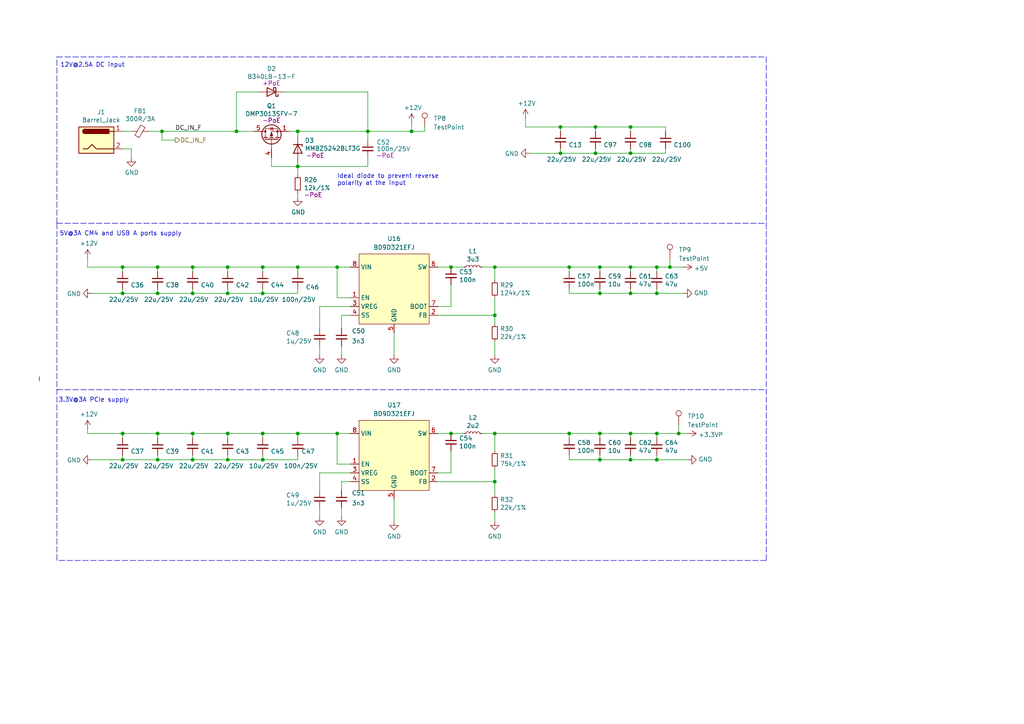
<source format=kicad_sch>
(kicad_sch (version 20211123) (generator eeschema)
  (paper "A4")
  (title_block (title "Power") (date "2022-02-15") (rev "1.2") (company "Nabu Casa") (comment 1 "www.nabucasa.com") (comment 2 "Yellow"))
  (lib_symbols
    (symbol "Connector:Barrel_Jack" (pin_names (offset 1.016))
      (property "Reference" "J" (at 0 5.334 0))
      (property "Value" "Barrel_Jack" (at 0 -5.08 0))
      (symbol "Barrel_Jack_0_1"
        (rectangle (start -5.08 3.81) (end 5.08 -3.81) (stroke (width 0.254)) (fill (type background)))
        (arc (start -3.302 3.175) (mid -3.937 2.54) (end -3.302 1.905) (stroke (width 0.254)))
        (arc (start -3.302 3.175) (mid -3.937 2.54) (end -3.302 1.905) (stroke (width 0.254)) (fill (type outline)))
        (polyline (pts (xy 5.08 2.54) (xy 3.81 2.54)) (stroke (width 0.254)))
        (polyline (pts (xy -3.81 -2.54) (xy -2.54 -2.54) (xy -1.27 -1.27) (xy 0 -2.54) (xy 2.54 -2.54) (xy 5.08 -2.54)) (stroke (width 0.254)))
        (rectangle (start 3.683 3.175) (end -3.302 1.905) (stroke (width 0.254)) (fill (type outline)))
      )
      (symbol "Barrel_Jack_1_1"
        (pin passive line (at 7.62 2.54 180) (length 2.54) (name "~") (number "1"))
        (pin passive line (at 7.62 -2.54 180) (length 2.54) (name "~") (number "2"))
      )
    )
    (symbol "Connector:TestPoint" (pin_numbers hide) (pin_names (offset 0.762) hide)
      (property "Reference" "TP" (at 0 6.858 0))
      (property "Value" "TestPoint" (at 0 5.08 0))
      (symbol "TestPoint_0_1"
        (circle (center 0 3.302) (radius 0.762))
      )
      (symbol "TestPoint_1_1"
        (pin passive line (at 0 0 90) (length 2.54) (name "1") (number "1"))
      )
    )
    (symbol "Device:C_Small" (pin_numbers hide) (pin_names (offset 0.254) hide)
      (property "Reference" "C" (at 0.254 1.778 0))
      (property "Value" "C_Small" (at 0.254 -2.032 0))
      (symbol "C_Small_0_1"
        (polyline (pts (xy -1.524 -0.508) (xy 1.524 -0.508)) (stroke (width 0.3302)))
        (polyline (pts (xy -1.524 0.508) (xy 1.524 0.508)) (stroke (width 0.3048)))
      )
      (symbol "C_Small_1_1"
        (pin passive line (at 0 2.54 270) (length 2.032) (name "~") (number "1"))
        (pin passive line (at 0 -2.54 90) (length 2.032) (name "~") (number "2"))
      )
    )
    (symbol "Device:D_Schottky" (pin_numbers hide) (pin_names (offset 1.016) hide)
      (property "Reference" "D" (at 0 2.54 0))
      (property "Value" "D_Schottky" (at 0 -2.54 0))
      (symbol "D_Schottky_0_1"
        (polyline (pts (xy 1.27 0) (xy -1.27 0)))
        (polyline (pts (xy 1.27 1.27) (xy 1.27 -1.27) (xy -1.27 0) (xy 1.27 1.27)) (stroke (width 0.254)))
        (polyline (pts (xy -1.905 0.635) (xy -1.905 1.27) (xy -1.27 1.27) (xy -1.27 -1.27) (xy -0.635 -1.27) (xy -0.635 -0.635)) (stroke (width 0.254)))
      )
      (symbol "D_Schottky_1_1"
        (pin passive line (at -3.81 0 0) (length 2.54) (name "K") (number "1"))
        (pin passive line (at 3.81 0 180) (length 2.54) (name "A") (number "2"))
      )
    )
    (symbol "Device:Ferrite_Bead_Small" (pin_numbers hide) (pin_names (offset 0))
      (property "Reference" "FB" (at 1.905 1.27 0))
      (property "Value" "Ferrite_Bead_Small" (at 1.905 -1.27 0))
      (symbol "Ferrite_Bead_Small_0_1"
        (polyline (pts (xy 0 -1.27) (xy 0 -0.7874)))
        (polyline (pts (xy 0 0.889) (xy 0 1.2954)))
        (polyline (pts (xy -1.8288 0.2794) (xy -1.1176 1.4986) (xy 1.8288 -0.2032) (xy 1.1176 -1.4224) (xy -1.8288 0.2794)))
      )
      (symbol "Ferrite_Bead_Small_1_1"
        (pin passive line (at 0 2.54 270) (length 1.27) (name "~") (number "1"))
        (pin passive line (at 0 -2.54 90) (length 1.27) (name "~") (number "2"))
      )
    )
    (symbol "Device:L_Small" (pin_numbers hide) (pin_names (offset 0.254) hide)
      (property "Reference" "L" (at 0.762 1.016 0))
      (property "Value" "L_Small" (at 0.762 -1.016 0))
      (symbol "L_Small_0_1"
        (arc (start 0 -2.032) (mid 0.508 -1.524) (end 0 -1.016))
        (arc (start 0 -1.016) (mid 0.508 -0.508) (end 0 0))
        (arc (start 0 0) (mid 0.508 0.508) (end 0 1.016))
        (arc (start 0 1.016) (mid 0.508 1.524) (end 0 2.032))
      )
      (symbol "L_Small_1_1"
        (pin passive line (at 0 2.54 270) (length 0.508) (name "~") (number "1"))
        (pin passive line (at 0 -2.54 90) (length 0.508) (name "~") (number "2"))
      )
    )
    (symbol "Device:R_Small" (pin_numbers hide) (pin_names (offset 0.254) hide)
      (property "Reference" "R" (at 0.762 0.508 0))
      (property "Value" "R_Small" (at 0.762 -1.016 0))
      (symbol "R_Small_0_1"
        (rectangle (start -0.762 1.778) (end 0.762 -1.778) (stroke (width 0.2032)))
      )
      (symbol "R_Small_1_1"
        (pin passive line (at 0 2.54 270) (length 0.762) (name "~") (number "1"))
        (pin passive line (at 0 -2.54 90) (length 0.762) (name "~") (number "2"))
      )
    )
    (symbol "Diode:BZX84Cxx" (pin_numbers hide) (pin_names hide)
      (property "Reference" "D" (at 0 2.54 0))
      (property "Value" "BZX84Cxx" (at 0 -2.54 0))
      (symbol "BZX84Cxx_0_1"
        (polyline (pts (xy 1.27 0) (xy -1.27 0)))
        (polyline (pts (xy -1.27 -1.27) (xy -1.27 1.27) (xy -0.762 1.27)) (stroke (width 0.254)))
        (polyline (pts (xy 1.27 -1.27) (xy 1.27 1.27) (xy -1.27 0) (xy 1.27 -1.27)) (stroke (width 0.254)))
      )
      (symbol "BZX84Cxx_1_1"
        (pin passive line (at -3.81 0 0) (length 2.54) (name "K") (number "1"))
        (pin passive line (at 3.81 0 180) (length 2.54) (name "A") (number "2"))
      )
    )
    (symbol "Transistor_FET:DMP3013SFV" (pin_names hide)
      (property "Reference" "Q" (at 5.08 1.905 0))
      (property "Value" "DMP3013SFV" (at 5.08 0 0))
      (symbol "DMP3013SFV_0_1"
        (polyline (pts (xy 0.254 0) (xy -2.54 0)))
        (polyline (pts (xy 0.254 1.905) (xy 0.254 -1.905)) (stroke (width 0.254)))
        (polyline (pts (xy 0.762 -1.27) (xy 0.762 -2.286)) (stroke (width 0.254)))
        (polyline (pts (xy 0.762 0.508) (xy 0.762 -0.508)) (stroke (width 0.254)))
        (polyline (pts (xy 0.762 2.286) (xy 0.762 1.27)) (stroke (width 0.254)))
        (polyline (pts (xy 2.54 2.54) (xy 2.54 1.778)))
        (polyline (pts (xy 2.54 -2.54) (xy 2.54 0) (xy 0.762 0)))
        (polyline (pts (xy 0.762 1.778) (xy 3.302 1.778) (xy 3.302 -1.778) (xy 0.762 -1.778)))
        (polyline (pts (xy 2.286 0) (xy 1.27 0.381) (xy 1.27 -0.381) (xy 2.286 0)) (fill (type outline)))
        (polyline (pts (xy 2.794 -0.508) (xy 2.921 -0.381) (xy 3.683 -0.381) (xy 3.81 -0.254)))
        (polyline (pts (xy 3.302 -0.381) (xy 2.921 0.254) (xy 3.683 0.254) (xy 3.302 -0.381)))
        (circle (center 1.651 0) (radius 2.794) (stroke (width 0.254)))
        (circle (center 2.54 -1.778) (radius 0.254) (fill (type outline)))
        (circle (center 2.54 1.778) (radius 0.254) (fill (type outline)))
      )
      (symbol "DMP3013SFV_1_1"
        (pin passive line (at 2.54 -5.08 90) (length 2.54) (name "S") (number "1"))
        (pin passive line (at 2.54 -5.08 90) (length 2.54) hide (name "S") (number "2"))
        (pin passive line (at 2.54 -5.08 90) (length 2.54) hide (name "S") (number "3"))
        (pin passive line (at -5.08 0 0) (length 2.54) (name "G") (number "4"))
        (pin passive line (at 2.54 5.08 270) (length 2.54) (name "D") (number "5"))
      )
    )
    (symbol "Yellow:BD9D321EFJ"
      (property "Reference" "U16" (at 0 13.97 0))
      (property "Value" "BD9D321EFJ" (at 0 11.43 0))
      (symbol "BD9D321EFJ_0_1"
        (rectangle (start -10.16 10.16) (end 10.16 -10.16) (stroke (width 0.1524)) (fill (type background)))
      )
      (symbol "BD9D321EFJ_1_1"
        (pin input line (at -12.7 -2.54 0) (length 2.54) (name "EN") (number "1"))
        (pin passive line (at 12.7 -7.62 180) (length 2.54) (name "FB") (number "2"))
        (pin power_out line (at -12.7 -5.08 0) (length 2.54) (name "VREG") (number "3"))
        (pin input line (at -12.7 -7.62 0) (length 2.54) (name "SS") (number "4"))
        (pin power_in line (at 0 -12.7 90) (length 2.54) (name "GND") (number "5"))
        (pin power_out line (at 12.7 6.35 180) (length 2.54) (name "SW") (number "6"))
        (pin input line (at 12.7 -5.08 180) (length 2.54) (name "BOOT") (number "7"))
        (pin power_in line (at -12.7 6.35 0) (length 2.54) (name "VIN") (number "8"))
        (pin passive line (at 0 -12.7 90) (length 2.54) hide (name "GND") (number "9"))
      )
    )
    (symbol "power:+12V" (power) (pin_names (offset 0))
      (property "Value" "+12V" (at 0 3.556 0))
      (symbol "+12V_0_1"
        (polyline (pts (xy -0.762 1.27) (xy 0 2.54)))
        (polyline (pts (xy 0 0) (xy 0 2.54)))
        (polyline (pts (xy 0 2.54) (xy 0.762 1.27)))
      )
      (symbol "+12V_1_1"
        (pin power_in line (at 0 0 90) (length 0) hide (name "+12V") (number "1"))
      )
    )
    (symbol "power:+3.3VP" (power) (pin_names (offset 0))
      (property "Value" "+3.3VP" (at 0 2.54 0))
      (symbol "+3.3VP_0_0"
        (pin power_in line (at 0 0 90) (length 0) hide (name "+3.3VP") (number "1"))
      )
      (symbol "+3.3VP_0_1"
        (polyline (pts (xy -0.762 1.27) (xy 0 2.54)))
        (polyline (pts (xy 0 0) (xy 0 2.54)))
        (polyline (pts (xy 0 2.54) (xy 0.762 1.27)))
      )
    )
    (symbol "power:+5V" (power) (pin_names (offset 0))
      (property "Value" "+5V" (at 0 3.556 0))
      (symbol "+5V_0_1"
        (polyline (pts (xy -0.762 1.27) (xy 0 2.54)))
        (polyline (pts (xy 0 0) (xy 0 2.54)))
        (polyline (pts (xy 0 2.54) (xy 0.762 1.27)))
      )
      (symbol "+5V_1_1"
        (pin power_in line (at 0 0 90) (length 0) hide (name "+5V") (number "1"))
      )
    )
    (symbol "power:GND" (power) (pin_names (offset 0))
      (property "Value" "GND" (at 0 -3.81 0))
      (symbol "GND_0_1"
        (polyline (pts (xy 0 0) (xy 0 -1.27) (xy 1.27 -1.27) (xy 0 -2.54) (xy -1.27 -1.27) (xy 0 -1.27)))
      )
      (symbol "GND_1_1"
        (pin power_in line (at 0 0 270) (length 0) hide (name "GND") (number "1"))
      )
    )
  )
  (junction (at 182.88 125.73) (diameter 0.9144))
  (junction (at 35.56 77.47) (diameter 0.9144))
  (junction (at 130.81 77.47) (diameter 0.9144))
  (junction (at 172.72 36.83) (diameter 0.9144))
  (junction (at 190.5 133.35) (diameter 0.9144))
  (junction (at 172.72 44.45) (diameter 0.9144))
  (junction (at 55.88 125.73) (diameter 0.9144))
  (junction (at 143.51 77.47) (diameter 0.9144))
  (junction (at 173.99 85.09) (diameter 0.9144))
  (junction (at 165.1 77.47) (diameter 0.9144))
  (junction (at 66.04 77.47) (diameter 0.9144))
  (junction (at 97.79 77.47) (diameter 0.9144))
  (junction (at 190.5 85.09) (diameter 0.9144))
  (junction (at 162.56 44.45) (diameter 0.9144))
  (junction (at 55.88 133.35) (diameter 0.9144))
  (junction (at 68.58 38.1) (diameter 0.9144))
  (junction (at 45.72 77.47) (diameter 0.9144))
  (junction (at 173.99 77.47) (diameter 0.9144))
  (junction (at 182.88 133.35) (diameter 0.9144))
  (junction (at 76.2 77.47) (diameter 0.9144))
  (junction (at 143.51 125.73) (diameter 0.9144))
  (junction (at 35.56 85.09) (diameter 0.9144))
  (junction (at 97.79 125.73) (diameter 0.9144))
  (junction (at 86.36 48.26) (diameter 0.9144))
  (junction (at 35.56 125.73) (diameter 0.9144))
  (junction (at 173.99 125.73) (diameter 0.9144))
  (junction (at 106.68 38.1) (diameter 0.9144))
  (junction (at 45.72 125.73) (diameter 0.9144))
  (junction (at 76.2 125.73) (diameter 0.9144))
  (junction (at 46.99 38.1) (diameter 0.9144))
  (junction (at 182.88 85.09) (diameter 0.9144))
  (junction (at 143.51 91.44) (diameter 0.9144))
  (junction (at 55.88 77.47) (diameter 0.9144))
  (junction (at 182.88 44.45) (diameter 0.9144))
  (junction (at 173.99 133.35) (diameter 0.9144))
  (junction (at 66.04 85.09) (diameter 0.9144))
  (junction (at 45.72 85.09) (diameter 0.9144))
  (junction (at 143.51 139.7) (diameter 0.9144))
  (junction (at 86.36 77.47) (diameter 0.9144))
  (junction (at 194.31 77.47) (diameter 0.9144))
  (junction (at 182.88 77.47) (diameter 0.9144))
  (junction (at 76.2 85.09) (diameter 0.9144))
  (junction (at 55.88 85.09) (diameter 0.9144))
  (junction (at 86.36 38.1) (diameter 0.9144))
  (junction (at 86.36 125.73) (diameter 0.9144))
  (junction (at 66.04 125.73) (diameter 0.9144))
  (junction (at 162.56 36.83) (diameter 0.9144))
  (junction (at 35.56 133.35) (diameter 0.9144))
  (junction (at 45.72 133.35) (diameter 0.9144))
  (junction (at 190.5 125.73) (diameter 0.9144))
  (junction (at 165.1 125.73) (diameter 0.9144))
  (junction (at 76.2 133.35) (diameter 0.9144))
  (junction (at 66.04 133.35) (diameter 0.9144))
  (junction (at 182.88 36.83) (diameter 0.9144))
  (junction (at 119.38 38.1) (diameter 0.9144))
  (junction (at 196.85 125.73) (diameter 0.9144))
  (junction (at 190.5 77.47) (diameter 0.9144))
  (junction (at 130.81 125.73) (diameter 0.9144))
  (wire (pts (xy 106.68 38.1) (xy 106.68 40.64)))
  (wire (pts (xy 182.88 132.08) (xy 182.88 133.35)))
  (wire (pts (xy 182.88 43.18) (xy 182.88 44.45)))
  (wire (pts (xy 45.72 125.73) (xy 45.72 127)))
  (polyline (pts (xy 16.51 113.03) (xy 222.25 113.03)) (stroke (width 0) (type dash)))
  (wire (pts (xy 127 88.9) (xy 130.81 88.9)))
  (wire (pts (xy 66.04 77.47) (xy 66.04 78.74)))
  (wire (pts (xy 35.56 125.73) (xy 45.72 125.73)))
  (wire (pts (xy 119.38 35.56) (xy 119.38 38.1)))
  (wire (pts (xy 119.38 38.1) (xy 106.68 38.1)))
  (wire (pts (xy 55.88 77.47) (xy 66.04 77.47)))
  (wire (pts (xy 82.55 26.67) (xy 106.68 26.67)))
  (wire (pts (xy 143.51 77.47) (xy 143.51 81.28)))
  (wire (pts (xy 83.82 38.1) (xy 86.36 38.1)))
  (wire (pts (xy 162.56 36.83) (xy 172.72 36.83)))
  (wire (pts (xy 173.99 125.73) (xy 182.88 125.73)))
  (wire (pts (xy 165.1 125.73) (xy 173.99 125.73)))
  (wire (pts (xy 143.51 125.73) (xy 165.1 125.73)))
  (wire (pts (xy 55.88 83.82) (xy 55.88 85.09)))
  (wire (pts (xy 190.5 132.08) (xy 190.5 133.35)))
  (wire (pts (xy 106.68 45.72) (xy 106.68 48.26)))
  (wire (pts (xy 86.36 77.47) (xy 86.36 78.74)))
  (wire (pts (xy 165.1 77.47) (xy 165.1 78.74)))
  (wire (pts (xy 152.4 36.83) (xy 162.56 36.83)))
  (wire (pts (xy 114.3 96.52) (xy 114.3 102.87)))
  (wire (pts (xy 190.5 85.09) (xy 198.12 85.09)))
  (wire (pts (xy 86.36 132.08) (xy 86.36 133.35)))
  (wire (pts (xy 130.81 77.47) (xy 134.62 77.47)))
  (wire (pts (xy 127 77.47) (xy 130.81 77.47)))
  (wire (pts (xy 86.36 46.99) (xy 86.36 48.26)))
  (wire (pts (xy 190.5 77.47) (xy 194.31 77.47)))
  (wire (pts (xy 194.31 77.47) (xy 198.12 77.47)))
  (wire (pts (xy 182.88 36.83) (xy 182.88 38.1)))
  (wire (pts (xy 190.5 125.73) (xy 196.85 125.73)))
  (wire (pts (xy 196.85 125.73) (xy 199.39 125.73)))
  (wire (pts (xy 86.36 38.1) (xy 106.68 38.1)))
  (wire (pts (xy 153.67 44.45) (xy 162.56 44.45)))
  (wire (pts (xy 86.36 125.73) (xy 86.36 127)))
  (wire (pts (xy 190.5 133.35) (xy 199.39 133.35)))
  (wire (pts (xy 35.56 132.08) (xy 35.56 133.35)))
  (wire (pts (xy 190.5 125.73) (xy 190.5 127)))
  (wire (pts (xy 182.88 36.83) (xy 193.04 36.83)))
  (wire (pts (xy 190.5 77.47) (xy 190.5 78.74)))
  (wire (pts (xy 66.04 132.08) (xy 66.04 133.35)))
  (wire (pts (xy 45.72 83.82) (xy 45.72 85.09)))
  (wire (pts (xy 35.56 77.47) (xy 35.56 78.74)))
  (wire (pts (xy 173.99 133.35) (xy 182.88 133.35)))
  (wire (pts (xy 35.56 125.73) (xy 35.56 127)))
  (wire (pts (xy 165.1 85.09) (xy 173.99 85.09)))
  (wire (pts (xy 99.06 147.32) (xy 99.06 149.86)))
  (wire (pts (xy 123.19 36.83) (xy 123.19 38.1)))
  (wire (pts (xy 123.19 38.1) (xy 119.38 38.1)))
  (wire (pts (xy 196.85 123.19) (xy 196.85 125.73)))
  (wire (pts (xy 86.36 38.1) (xy 86.36 39.37)))
  (wire (pts (xy 68.58 26.67) (xy 74.93 26.67)))
  (wire (pts (xy 68.58 38.1) (xy 68.58 26.67)))
  (wire (pts (xy 78.74 48.26) (xy 86.36 48.26)))
  (wire (pts (xy 78.74 45.72) (xy 78.74 48.26)))
  (wire (pts (xy 143.51 77.47) (xy 165.1 77.47)))
  (wire (pts (xy 45.72 77.47) (xy 45.72 78.74)))
  (wire (pts (xy 97.79 86.36) (xy 101.6 86.36)))
  (wire (pts (xy 97.79 86.36) (xy 97.79 77.47)))
  (wire (pts (xy 92.71 100.33) (xy 92.71 102.87)))
  (wire (pts (xy 76.2 85.09) (xy 86.36 85.09)))
  (wire (pts (xy 66.04 85.09) (xy 76.2 85.09)))
  (wire (pts (xy 152.4 34.29) (xy 152.4 36.83)))
  (wire (pts (xy 114.3 144.78) (xy 114.3 151.13)))
  (wire (pts (xy 162.56 43.18) (xy 162.56 44.45)))
  (wire (pts (xy 99.06 91.44) (xy 99.06 95.25)))
  (wire (pts (xy 66.04 125.73) (xy 66.04 127)))
  (wire (pts (xy 55.88 85.09) (xy 66.04 85.09)))
  (wire (pts (xy 66.04 85.09) (xy 66.04 83.82)))
  (wire (pts (xy 165.1 77.47) (xy 173.99 77.47)))
  (wire (pts (xy 173.99 77.47) (xy 182.88 77.47)))
  (wire (pts (xy 38.1 43.18) (xy 38.1 45.72)))
  (wire (pts (xy 76.2 125.73) (xy 76.2 127)))
  (wire (pts (xy 173.99 125.73) (xy 173.99 127)))
  (wire (pts (xy 130.81 125.73) (xy 134.62 125.73)))
  (wire (pts (xy 139.7 125.73) (xy 143.51 125.73)))
  (wire (pts (xy 127 125.73) (xy 130.81 125.73)))
  (wire (pts (xy 173.99 77.47) (xy 173.99 78.74)))
  (wire (pts (xy 86.36 55.88) (xy 86.36 57.15)))
  (wire (pts (xy 55.88 132.08) (xy 55.88 133.35)))
  (wire (pts (xy 172.72 44.45) (xy 182.88 44.45)))
  (polyline (pts (xy 16.51 64.77) (xy 222.25 64.77)) (stroke (width 0) (type dash)))
  (wire (pts (xy 172.72 36.83) (xy 172.72 38.1)))
  (wire (pts (xy 173.99 132.08) (xy 173.99 133.35)))
  (wire (pts (xy 127 137.16) (xy 130.81 137.16)))
  (wire (pts (xy 35.56 83.82) (xy 35.56 85.09)))
  (wire (pts (xy 86.36 125.73) (xy 97.79 125.73)))
  (wire (pts (xy 97.79 125.73) (xy 101.6 125.73)))
  (polyline (pts (xy 16.51 64.77) (xy 16.51 162.56)) (stroke (width 0) (type dash)))
  (wire (pts (xy 182.88 77.47) (xy 182.88 78.74)))
  (wire (pts (xy 162.56 44.45) (xy 172.72 44.45)))
  (wire (pts (xy 35.56 38.1) (xy 38.1 38.1)))
  (wire (pts (xy 92.71 88.9) (xy 92.71 95.25)))
  (wire (pts (xy 45.72 77.47) (xy 55.88 77.47)))
  (wire (pts (xy 45.72 133.35) (xy 55.88 133.35)))
  (wire (pts (xy 92.71 147.32) (xy 92.71 149.86)))
  (wire (pts (xy 55.88 77.47) (xy 55.88 78.74)))
  (wire (pts (xy 92.71 137.16) (xy 101.6 137.16)))
  (wire (pts (xy 165.1 83.82) (xy 165.1 85.09)))
  (wire (pts (xy 25.4 77.47) (xy 35.56 77.47)))
  (wire (pts (xy 99.06 100.33) (xy 99.06 102.87)))
  (wire (pts (xy 165.1 132.08) (xy 165.1 133.35)))
  (wire (pts (xy 25.4 124.46) (xy 25.4 125.73)))
  (wire (pts (xy 182.88 77.47) (xy 190.5 77.47)))
  (wire (pts (xy 35.56 43.18) (xy 38.1 43.18)))
  (wire (pts (xy 76.2 83.82) (xy 76.2 85.09)))
  (wire (pts (xy 143.51 125.73) (xy 143.51 130.81)))
  (wire (pts (xy 172.72 36.83) (xy 182.88 36.83)))
  (wire (pts (xy 76.2 77.47) (xy 86.36 77.47)))
  (wire (pts (xy 66.04 77.47) (xy 76.2 77.47)))
  (wire (pts (xy 66.04 133.35) (xy 76.2 133.35)))
  (wire (pts (xy 55.88 133.35) (xy 66.04 133.35)))
  (wire (pts (xy 182.88 125.73) (xy 182.88 127)))
  (wire (pts (xy 76.2 132.08) (xy 76.2 133.35)))
  (wire (pts (xy 143.51 86.36) (xy 143.51 91.44)))
  (wire (pts (xy 173.99 83.82) (xy 173.99 85.09)))
  (wire (pts (xy 143.51 91.44) (xy 143.51 93.98)))
  (wire (pts (xy 99.06 139.7) (xy 101.6 139.7)))
  (wire (pts (xy 76.2 133.35) (xy 86.36 133.35)))
  (wire (pts (xy 86.36 85.09) (xy 86.36 83.82)))
  (wire (pts (xy 46.99 40.64) (xy 46.99 38.1)))
  (wire (pts (xy 50.8 40.64) (xy 46.99 40.64)))
  (wire (pts (xy 99.06 91.44) (xy 101.6 91.44)))
  (wire (pts (xy 35.56 133.35) (xy 45.72 133.35)))
  (wire (pts (xy 173.99 85.09) (xy 182.88 85.09)))
  (wire (pts (xy 92.71 137.16) (xy 92.71 142.24)))
  (wire (pts (xy 92.71 88.9) (xy 101.6 88.9)))
  (wire (pts (xy 182.88 125.73) (xy 190.5 125.73)))
  (wire (pts (xy 127 139.7) (xy 143.51 139.7)))
  (wire (pts (xy 45.72 125.73) (xy 55.88 125.73)))
  (wire (pts (xy 99.06 139.7) (xy 99.06 142.24)))
  (wire (pts (xy 97.79 134.62) (xy 101.6 134.62)))
  (wire (pts (xy 172.72 43.18) (xy 172.72 44.45)))
  (polyline (pts (xy 16.51 64.77) (xy 16.51 16.51)) (stroke (width 0) (type dash)))
  (polyline (pts (xy 16.51 16.51) (xy 222.25 16.51)) (stroke (width 0) (type dash)))
  (polyline (pts (xy 222.25 16.51) (xy 222.25 64.77)) (stroke (width 0) (type dash)))
  (wire (pts (xy 190.5 83.82) (xy 190.5 85.09)))
  (wire (pts (xy 45.72 132.08) (xy 45.72 133.35)))
  (wire (pts (xy 143.51 135.89) (xy 143.51 139.7)))
  (wire (pts (xy 143.51 139.7) (xy 143.51 143.51)))
  (wire (pts (xy 66.04 125.73) (xy 76.2 125.73)))
  (wire (pts (xy 55.88 125.73) (xy 66.04 125.73)))
  (wire (pts (xy 35.56 85.09) (xy 45.72 85.09)))
  (wire (pts (xy 45.72 85.09) (xy 55.88 85.09)))
  (wire (pts (xy 26.67 85.09) (xy 35.56 85.09)))
  (wire (pts (xy 35.56 77.47) (xy 45.72 77.47)))
  (wire (pts (xy 130.81 130.81) (xy 130.81 137.16)))
  (wire (pts (xy 182.88 44.45) (xy 193.04 44.45)))
  (wire (pts (xy 76.2 125.73) (xy 86.36 125.73)))
  (wire (pts (xy 162.56 36.83) (xy 162.56 38.1)))
  (wire (pts (xy 127 91.44) (xy 143.51 91.44)))
  (wire (pts (xy 143.51 148.59) (xy 143.51 151.13)))
  (wire (pts (xy 25.4 125.73) (xy 35.56 125.73)))
  (wire (pts (xy 193.04 44.45) (xy 193.04 43.18)))
  (wire (pts (xy 194.31 74.93) (xy 194.31 77.47)))
  (wire (pts (xy 165.1 125.73) (xy 165.1 127)))
  (wire (pts (xy 182.88 85.09) (xy 190.5 85.09)))
  (wire (pts (xy 182.88 133.35) (xy 190.5 133.35)))
  (wire (pts (xy 55.88 125.73) (xy 55.88 127)))
  (polyline (pts (xy 222.25 64.77) (xy 222.25 162.56)) (stroke (width 0) (type dash)))
  (wire (pts (xy 97.79 134.62) (xy 97.79 125.73)))
  (wire (pts (xy 26.67 133.35) (xy 35.56 133.35)))
  (polyline (pts (xy 222.25 162.56) (xy 16.51 162.56)) (stroke (width 0) (type dash)))
  (wire (pts (xy 86.36 48.26) (xy 86.36 50.8)))
  (wire (pts (xy 68.58 38.1) (xy 73.66 38.1)))
  (wire (pts (xy 46.99 38.1) (xy 68.58 38.1)))
  (wire (pts (xy 43.18 38.1) (xy 46.99 38.1)))
  (polyline (pts (xy 11.43 109.22) (xy 11.43 110.49)) (stroke (width 0) (type dash)))
  (wire (pts (xy 97.79 77.47) (xy 101.6 77.47)))
  (wire (pts (xy 86.36 77.47) (xy 97.79 77.47)))
  (wire (pts (xy 165.1 133.35) (xy 173.99 133.35)))
  (wire (pts (xy 143.51 99.06) (xy 143.51 102.87)))
  (wire (pts (xy 193.04 36.83) (xy 193.04 38.1)))
  (wire (pts (xy 25.4 74.93) (xy 25.4 77.47)))
  (wire (pts (xy 86.36 48.26) (xy 106.68 48.26)))
  (wire (pts (xy 106.68 26.67) (xy 106.68 38.1)))
  (wire (pts (xy 182.88 83.82) (xy 182.88 85.09)))
  (wire (pts (xy 76.2 77.47) (xy 76.2 78.74)))
  (wire (pts (xy 139.7 77.47) (xy 143.51 77.47)))
  (wire (pts (xy 130.81 82.55) (xy 130.81 88.9)))
  (text "3.3V@3A PCIe supply" (at 37.465 116.84 180) (effects (font (size 1.27 1.27)) (justify right bottom)))
  (text "Ideal diode to prevent reverse\npolarity at the input" (at 97.79 53.975 0) (effects (font (size 1.27 1.27)) (justify left bottom)))
  (text "5V@3A CM4 and USB A ports supply" (at 52.705 68.58 180) (effects (font (size 1.27 1.27)) (justify right bottom)))
  (text "12V@2.5A DC input" (at 36.195 19.685 180) (effects (font (size 1.27 1.27)) (justify right bottom)))
  (label "DC_IN_F" (at 50.8 38.1 0))
  (hierarchical_label "DC_IN_F" (shape output) (at 50.8 40.64 0))
  (symbol (lib_id "Device:R_Small") (at 143.51 83.82 180) (unit 1)
    (property "Reference" "R29" (at 145.0087 82.6706 0) (effects (justify right)))
    (property "Value" "124k/1%" (at 145.009 84.969 0) (effects (justify right)))
    (property "Footprint" "Resistor_SMD:R_0402_1005Metric" (effects hide))
  )
  (symbol (lib_id "power:+5V") (at 198.12 77.47 270) (unit 1)
    (property "Reference" "#PWR0110" (effects hide))
    (property "Value" "+5V" (at 201.2951 77.8383 90) (effects (justify left)))
  )
  (symbol (lib_id "Device:C_Small") (at 165.1 129.54 0) (unit 1)
    (property "Reference" "C58" (at 167.4242 128.3906 0) (effects (justify left)))
    (property "Value" "100n" (at 167.424 130.689 0) (effects (justify left)))
    (property "Footprint" "Capacitor_SMD:C_0402_1005Metric" (effects hide))
  )
  (symbol (lib_id "Device:C_Small") (at 190.5 129.54 0) (unit 1)
    (property "Reference" "C64" (at 192.8242 128.3906 0) (effects (justify left)))
    (property "Value" "47u" (at 192.824 130.689 0) (effects (justify left)))
    (property "Footprint" "Capacitor_SMD:C_0805_2012Metric" (effects hide))
  )
  (symbol (lib_id "Device:C_Small") (at 182.88 81.28 0) (unit 1)
    (property "Reference" "C61" (at 185.2042 80.1306 0) (effects (justify left)))
    (property "Value" "47u" (at 185.204 82.429 0) (effects (justify left)))
    (property "Footprint" "Capacitor_SMD:C_0805_2012Metric" (effects hide))
  )
  (symbol (lib_id "Yellow:BD9D321EFJ") (at 114.3 83.82 0) (unit 1)
    (property "Reference" "U16" (at 114.3 69.215 0))
    (property "Value" "BD9D321EFJ" (at 114.3 71.755 0))
    (property "Footprint" "Package_SO:HTSOP-8-1EP_3.9x4.9mm_P1.27mm_EP2.4x3.2mm_ThermalVias" (effects hide))
    (property "Datasheet" "https://fscdn.rohm.com/en/products/databook/datasheet/ic/power/switching_regulator/bd9d321efj-e.pdf" (effects hide))
    (property "Manufacturer" "Rohm" (effects hide))
    (property "PartNumber" "BD9D321EFJ" (effects hide))
  )
  (symbol (lib_id "power:+3.3VP") (at 199.39 125.73 270) (unit 1)
    (property "Reference" "#PWR0112" (effects hide))
    (property "Value" "+3.3VP" (at 202.5651 126.0983 90) (effects (justify left)))
  )
  (symbol (lib_id "Device:C_Small") (at 106.68 43.18 0) (unit 1)
    (property "Reference" "C52" (at 109.22 41.275 0) (effects (justify left)))
    (property "Value" "100n/25V" (at 109.22 43.18 0) (effects (justify left)))
    (property "Footprint" "Capacitor_SMD:C_0402_1005Metric" (effects hide))
    (property "Config" "-PoE" (at 111.76 45.085 0))
  )
  (symbol (lib_id "Device:C_Small") (at 193.04 40.64 0) (unit 1)
    (property "Reference" "C100" (at 195.3642 42.0306 0) (effects (justify left)))
    (property "Value" "22u/25V" (at 189.014 46.234 0) (effects (justify left)))
    (property "Footprint" "Capacitor_SMD:C_0805_2012Metric" (effects hide))
  )
  (symbol (lib_id "Device:R_Small") (at 143.51 133.35 180) (unit 1)
    (property "Reference" "R31" (at 145.0087 132.2006 0) (effects (justify right)))
    (property "Value" "75k/1%" (at 145.009 134.499 0) (effects (justify right)))
    (property "Footprint" "Resistor_SMD:R_0402_1005Metric" (effects hide))
  )
  (symbol (lib_id "Device:C_Small") (at 66.04 129.54 0) (unit 1)
    (property "Reference" "C43" (at 68.3642 130.9306 0) (effects (justify left)))
    (property "Value" "22u/25V" (at 62.014 135.134 0) (effects (justify left)))
    (property "Footprint" "Capacitor_SMD:C_0805_2012Metric" (effects hide))
  )
  (symbol (lib_id "Device:C_Small") (at 173.99 129.54 0) (unit 1)
    (property "Reference" "C60" (at 176.3142 128.3906 0) (effects (justify left)))
    (property "Value" "10u" (at 176.314 130.689 0) (effects (justify left)))
    (property "Footprint" "Capacitor_SMD:C_0805_2012Metric" (effects hide))
  )
  (symbol (lib_id "power:GND") (at 114.3 151.13 0) (unit 1)
    (property "Reference" "#PWR0106" (effects hide))
    (property "Value" "GND" (at 114.3 155.575 0))
  )
  (symbol (lib_id "power:GND") (at 114.3 102.87 0) (unit 1)
    (property "Reference" "#PWR0105" (effects hide))
    (property "Value" "GND" (at 114.3 107.315 0))
  )
  (symbol (lib_id "Device:C_Small") (at 173.99 81.28 0) (unit 1)
    (property "Reference" "C59" (at 176.3142 80.1306 0) (effects (justify left)))
    (property "Value" "10u" (at 176.314 82.429 0) (effects (justify left)))
    (property "Footprint" "Capacitor_SMD:C_0805_2012Metric" (effects hide))
  )
  (symbol (lib_id "power:+12V") (at 25.4 74.93 0) (unit 1)
    (property "Reference" "#PWR095" (effects hide))
    (property "Value" "+12V" (at 25.7683 70.6056 0))
  )
  (symbol (lib_id "power:+12V") (at 25.4 124.46 0) (unit 1)
    (property "Reference" "#PWR096" (effects hide))
    (property "Value" "+12V" (at 25.7683 120.1356 0))
  )
  (symbol (lib_id "Device:C_Small") (at 55.88 81.28 0) (unit 1)
    (property "Reference" "C40" (at 58.2042 82.6706 0) (effects (justify left)))
    (property "Value" "22u/25V" (at 51.854 86.874 0) (effects (justify left)))
    (property "Footprint" "Capacitor_SMD:C_0805_2012Metric" (effects hide))
  )
  (symbol (lib_id "power:+12V") (at 119.38 35.56 0) (unit 1)
    (property "Reference" "#PWR0107" (effects hide))
    (property "Value" "+12V" (at 119.7483 31.2356 0))
  )
  (symbol (lib_id "Device:L_Small") (at 137.16 77.47 90) (unit 1)
    (property "Reference" "L1" (at 137.16 72.8788 90))
    (property "Value" "3u3" (at 137.16 75.178 90))
    (property "Footprint" "Inductor_SMD:L_Taiyo-Yuden_NR-80xx" (effects hide))
    (property "Manufacturer" "Taiyo Yuden" (effects hide))
    (property "PartNumber" "NRS8030T3R3MJGJ" (effects hide))
  )
  (symbol (lib_id "power:GND") (at 143.51 102.87 0) (unit 1)
    (property "Reference" "#PWR0108" (effects hide))
    (property "Value" "GND" (at 143.51 107.315 0))
  )
  (symbol (lib_id "power:GND") (at 153.67 44.45 270) (unit 1)
    (property "Reference" "#PWR035" (effects hide))
    (property "Value" "GND" (at 150.495 44.5643 90) (effects (justify right)))
  )
  (symbol (lib_id "power:GND") (at 86.36 57.15 0) (unit 1)
    (property "Reference" "#PWR0100" (effects hide))
    (property "Value" "GND" (at 86.487 61.5442 0))
  )
  (symbol (lib_id "Connector:TestPoint") (at 196.85 123.19 0) (unit 1) (in_bom no)
    (property "Reference" "TP10" (at 199.39 120.7134 0) (effects (justify left)))
    (property "Value" "TestPoint" (at 199.39 123.2534 0) (effects (justify left)))
    (property "Footprint" "TestPoint:TestPoint_Pad_D1.0mm" (effects hide))
  )
  (symbol (lib_id "Device:C_Small") (at 86.36 81.28 0) (unit 1)
    (property "Reference" "C46" (at 88.6842 83.3056 0) (effects (justify left)))
    (property "Value" "100n/25V" (at 81.699 86.874 0) (effects (justify left)))
    (property "Footprint" "Capacitor_SMD:C_0402_1005Metric" (effects hide))
  )
  (symbol (lib_id "Device:Ferrite_Bead_Small") (at 40.64 38.1 90) (unit 1)
    (property "Reference" "FB1" (at 40.64 32.188 90))
    (property "Value" "300R/3A" (at 40.64 34.4867 90))
    (property "Footprint" "Resistor_SMD:R_0805_2012Metric" (effects hide))
    (property "Manufacturer" "Würth Elektronik" (effects hide))
    (property "PartNumber" "742792031" (effects hide))
  )
  (symbol (lib_id "Device:C_Small") (at 172.72 40.64 0) (unit 1)
    (property "Reference" "C97" (at 175.0442 42.0306 0) (effects (justify left)))
    (property "Value" "22u/25V" (at 168.694 46.234 0) (effects (justify left)))
    (property "Footprint" "Capacitor_SMD:C_0805_2012Metric" (effects hide))
  )
  (symbol (lib_id "power:GND") (at 26.67 133.35 270) (unit 1)
    (property "Reference" "#PWR098" (effects hide))
    (property "Value" "GND" (at 23.495 133.4643 90) (effects (justify right)))
  )
  (symbol (lib_id "Device:C_Small") (at 182.88 129.54 0) (unit 1)
    (property "Reference" "C62" (at 185.2042 128.3906 0) (effects (justify left)))
    (property "Value" "47u" (at 185.204 130.689 0) (effects (justify left)))
    (property "Footprint" "Capacitor_SMD:C_0805_2012Metric" (effects hide))
  )
  (symbol (lib_id "Yellow:BD9D321EFJ") (at 114.3 132.08 0) (unit 1)
    (property "Reference" "U17" (at 114.3 117.475 0))
    (property "Value" "BD9D321EFJ" (at 114.3 120.015 0))
    (property "Footprint" "Package_SO:HTSOP-8-1EP_3.9x4.9mm_P1.27mm_EP2.4x3.2mm_ThermalVias" (effects hide))
    (property "Datasheet" "https://fscdn.rohm.com/en/products/databook/datasheet/ic/power/switching_regulator/bd9d321efj-e.pdf" (effects hide))
    (property "Manufacturer" "Rohm" (effects hide))
    (property "PartNumber" "BD9D321EFJ" (effects hide))
  )
  (symbol (lib_id "Device:D_Schottky") (at 78.74 26.67 180) (unit 1)
    (property "Reference" "D2" (at 78.74 19.92 0))
    (property "Value" "B340LB-13-F" (at 78.74 22.2185 0))
    (property "Footprint" "Diode_SMD:D_SMB" (effects hide))
    (property "Datasheet" "https://www.diodes.com/assets/Datasheets/ds30240.pdf" (effects hide))
    (property "Manufacturer" "Diodes Incorporated" (effects hide))
    (property "PartNumber" "B340LB-13-F" (effects hide))
    (property "Config" "+PoE" (at 78.74 24.13 0))
  )
  (symbol (lib_id "Device:C_Small") (at 92.71 97.79 0) (unit 1)
    (property "Reference" "C48" (at 82.9692 96.6406 0) (effects (justify left)))
    (property "Value" "1u/25V" (at 82.969 98.939 0) (effects (justify left)))
    (property "Footprint" "Capacitor_SMD:C_0402_1005Metric" (effects hide))
  )
  (symbol (lib_id "Diode:BZX84Cxx") (at 86.36 43.18 270) (unit 1)
    (property "Reference" "D3" (at 88.392 40.767 90) (effects (justify left)))
    (property "Value" "MMBZ5242BLT3G" (at 88.392 43.053 90) (effects (justify left)))
    (property "Footprint" "Diode_SMD:D_SOT-23_ANK" (effects hide))
    (property "Datasheet" "https://diotec.com/tl_files/diotec/files/pdf/datasheets/bzx84c2v4.pdf" (effects hide))
    (property "Manufacturer" "ON Semiconductor" (effects hide))
    (property "PartNumber" "MMBZ5242BLT3G" (effects hide))
    (property "Config" "-PoE" (at 91.44 45.085 90))
  )
  (symbol (lib_id "Connector:TestPoint") (at 123.19 36.83 0) (unit 1) (in_bom no)
    (property "Reference" "TP8" (at 125.73 34.3534 0) (effects (justify left)))
    (property "Value" "TestPoint" (at 125.73 36.8934 0) (effects (justify left)))
    (property "Footprint" "TestPoint:TestPoint_Pad_D1.0mm" (effects hide))
  )
  (symbol (lib_id "power:GND") (at 26.67 85.09 270) (unit 1)
    (property "Reference" "#PWR097" (effects hide))
    (property "Value" "GND" (at 23.495 85.2043 90) (effects (justify right)))
  )
  (symbol (lib_id "power:GND") (at 38.1 45.72 0) (unit 1)
    (property "Reference" "#PWR099" (effects hide))
    (property "Value" "GND" (at 38.2143 50.0444 0))
  )
  (symbol (lib_id "Device:L_Small") (at 137.16 125.73 90) (unit 1)
    (property "Reference" "L2" (at 137.16 121.1388 90))
    (property "Value" "2u2" (at 137.16 123.438 90))
    (property "Footprint" "Inductor_SMD:L_Taiyo-Yuden_NR-50xx" (effects hide))
    (property "Manufacturer" "Taiyo Yuden" (effects hide))
    (property "PartNumber" "NRS5040T2R2NMGJ" (effects hide))
  )
  (symbol (lib_id "power:GND") (at 143.51 151.13 0) (unit 1)
    (property "Reference" "#PWR0109" (effects hide))
    (property "Value" "GND" (at 143.51 155.575 0))
  )
  (symbol (lib_id "Connector:TestPoint") (at 194.31 74.93 0) (unit 1) (in_bom no)
    (property "Reference" "TP9" (at 196.85 72.4534 0) (effects (justify left)))
    (property "Value" "TestPoint" (at 196.85 74.9934 0) (effects (justify left)))
    (property "Footprint" "TestPoint:TestPoint_Pad_D1.0mm" (effects hide))
  )
  (symbol (lib_id "Device:R_Small") (at 143.51 96.52 180) (unit 1)
    (property "Reference" "R30" (at 145.0087 95.3706 0) (effects (justify right)))
    (property "Value" "22k/1%" (at 145.009 97.669 0) (effects (justify right)))
    (property "Footprint" "Resistor_SMD:R_0402_1005Metric" (effects hide))
  )
  (symbol (lib_id "power:+12V") (at 152.4 34.29 0) (unit 1)
    (property "Reference" "#PWR032" (effects hide))
    (property "Value" "+12V" (at 152.7683 29.9656 0))
  )
  (symbol (lib_id "Device:C_Small") (at 45.72 129.54 0) (unit 1)
    (property "Reference" "C39" (at 48.0442 130.9306 0) (effects (justify left)))
    (property "Value" "22u/25V" (at 41.694 135.134 0) (effects (justify left)))
    (property "Footprint" "Capacitor_SMD:C_0805_2012Metric" (effects hide))
  )
  (symbol (lib_id "power:GND") (at 99.06 102.87 0) (unit 1)
    (property "Reference" "#PWR0103" (effects hide))
    (property "Value" "GND" (at 99.06 107.315 0))
  )
  (symbol (lib_id "Device:R_Small") (at 86.36 53.34 0) (unit 1)
    (property "Reference" "R26" (at 88.138 52.1716 0) (effects (justify left)))
    (property "Value" "12k/1%" (at 88.138 54.483 0) (effects (justify left)))
    (property "Footprint" "Resistor_SMD:R_0402_1005Metric" (effects hide))
    (property "Config" "-PoE" (at 90.805 56.515 0))
  )
  (symbol (lib_id "Device:C_Small") (at 130.81 128.27 0) (unit 1)
    (property "Reference" "C54" (at 133.1342 127.1206 0) (effects (justify left)))
    (property "Value" "100n" (at 133.134 129.419 0) (effects (justify left)))
    (property "Footprint" "Capacitor_SMD:C_0402_1005Metric" (effects hide))
  )
  (symbol (lib_id "Device:C_Small") (at 165.1 81.28 0) (unit 1)
    (property "Reference" "C57" (at 167.4242 80.1306 0) (effects (justify left)))
    (property "Value" "100n" (at 167.424 82.429 0) (effects (justify left)))
    (property "Footprint" "Capacitor_SMD:C_0402_1005Metric" (effects hide))
  )
  (symbol (lib_id "Transistor_FET:DMP3013SFV") (at 78.74 40.64 90) (unit 1)
    (property "Reference" "Q1" (at 78.74 30.7086 90))
    (property "Value" "DMP3013SFV-7" (at 78.74 33.02 90))
    (property "Footprint" "Package_SON:Diodes_PowerDI3333-8" (effects hide))
    (property "Datasheet" "https://www.diodes.com/assets/Datasheets/DMP3013SFV.pdf" (effects hide))
    (property "Manufacturer" "Diodes Incorporated" (effects hide))
    (property "PartNumber" "DMP3013SFV-7" (effects hide))
    (property "Config" "-PoE" (at 78.74 34.925 90))
  )
  (symbol (lib_id "power:GND") (at 99.06 149.86 0) (unit 1)
    (property "Reference" "#PWR0104" (effects hide))
    (property "Value" "GND" (at 99.06 154.305 0))
  )
  (symbol (lib_id "Device:C_Small") (at 130.81 80.01 0) (unit 1)
    (property "Reference" "C53" (at 133.1342 78.8606 0) (effects (justify left)))
    (property "Value" "100n" (at 133.134 81.159 0) (effects (justify left)))
    (property "Footprint" "Capacitor_SMD:C_0402_1005Metric" (effects hide))
  )
  (symbol (lib_id "Device:C_Small") (at 162.56 40.64 0) (unit 1)
    (property "Reference" "C13" (at 164.8842 42.0306 0) (effects (justify left)))
    (property "Value" "22u/25V" (at 158.534 46.234 0) (effects (justify left)))
    (property "Footprint" "Capacitor_SMD:C_0805_2012Metric" (effects hide))
  )
  (symbol (lib_id "Device:C_Small") (at 190.5 81.28 0) (unit 1)
    (property "Reference" "C63" (at 192.8242 80.1306 0) (effects (justify left)))
    (property "Value" "47u" (at 192.824 82.429 0) (effects (justify left)))
    (property "Footprint" "Capacitor_SMD:C_0805_2012Metric" (effects hide))
  )
  (symbol (lib_id "Device:C_Small") (at 76.2 81.28 0) (unit 1)
    (property "Reference" "C44" (at 78.5242 82.6706 0) (effects (justify left)))
    (property "Value" "10u/25V" (at 72.174 86.874 0) (effects (justify left)))
    (property "Footprint" "Capacitor_SMD:C_0805_2012Metric" (effects hide))
  )
  (symbol (lib_id "Device:C_Small") (at 35.56 129.54 0) (unit 1)
    (property "Reference" "C37" (at 37.8842 130.9306 0) (effects (justify left)))
    (property "Value" "22u/25V" (at 31.534 135.134 0) (effects (justify left)))
    (property "Footprint" "Capacitor_SMD:C_0805_2012Metric" (effects hide))
  )
  (symbol (lib_id "power:GND") (at 92.71 149.86 0) (unit 1)
    (property "Reference" "#PWR0102" (effects hide))
    (property "Value" "GND" (at 92.71 154.305 0))
  )
  (symbol (lib_id "Device:C_Small") (at 86.36 129.54 0) (unit 1)
    (property "Reference" "C47" (at 87.4142 130.9306 0) (effects (justify left)))
    (property "Value" "100n/25V" (at 82.334 135.134 0) (effects (justify left)))
    (property "Footprint" "Capacitor_SMD:C_0402_1005Metric" (effects hide))
  )
  (symbol (lib_id "Device:C_Small") (at 55.88 129.54 0) (unit 1)
    (property "Reference" "C41" (at 58.2042 130.9306 0) (effects (justify left)))
    (property "Value" "22u/25V" (at 51.854 135.134 0) (effects (justify left)))
    (property "Footprint" "Capacitor_SMD:C_0805_2012Metric" (effects hide))
  )
  (symbol (lib_id "Device:C_Small") (at 66.04 81.28 0) (unit 1)
    (property "Reference" "C42" (at 68.3642 82.6706 0) (effects (justify left)))
    (property "Value" "22u/25V" (at 62.014 86.874 0) (effects (justify left)))
    (property "Footprint" "Capacitor_SMD:C_0805_2012Metric" (effects hide))
  )
  (symbol (lib_id "power:GND") (at 198.12 85.09 90) (unit 1)
    (property "Reference" "#PWR0111" (effects hide))
    (property "Value" "GND" (at 201.2951 84.9757 90) (effects (justify right)))
  )
  (symbol (lib_id "Device:C_Small") (at 182.88 40.64 0) (unit 1)
    (property "Reference" "C98" (at 185.2042 42.0306 0) (effects (justify left)))
    (property "Value" "22u/25V" (at 178.854 46.234 0) (effects (justify left)))
    (property "Footprint" "Capacitor_SMD:C_0805_2012Metric" (effects hide))
  )
  (symbol (lib_id "Connector:Barrel_Jack") (at 27.94 40.64 0) (unit 1)
    (property "Reference" "J1" (at 29.337 32.5182 0))
    (property "Value" "Barrel_Jack" (at 29.337 34.8169 0))
    (property "Footprint" "Yellow:BarrelJack_CUI_PJ-002A" (effects hide))
    (property "Manufacturer" "CUI Devices" (effects hide))
    (property "PartNumber" "PJ-002A" (effects hide))
  )
  (symbol (lib_id "power:GND") (at 92.71 102.87 0) (unit 1)
    (property "Reference" "#PWR0101" (effects hide))
    (property "Value" "GND" (at 92.71 107.315 0))
  )
  (symbol (lib_id "Device:R_Small") (at 143.51 146.05 180) (unit 1)
    (property "Reference" "R32" (at 145.0087 144.9006 0) (effects (justify right)))
    (property "Value" "22k/1%" (at 145.009 147.199 0) (effects (justify right)))
    (property "Footprint" "Resistor_SMD:R_0402_1005Metric" (effects hide))
  )
  (symbol (lib_id "Device:C_Small") (at 92.71 144.78 0) (unit 1)
    (property "Reference" "C49" (at 82.9692 143.6306 0) (effects (justify left)))
    (property "Value" "1u/25V" (at 82.969 145.929 0) (effects (justify left)))
    (property "Footprint" "Capacitor_SMD:C_0402_1005Metric" (effects hide))
  )
  (symbol (lib_id "Device:C_Small") (at 99.06 97.79 0) (unit 1)
    (property "Reference" "C50" (at 102.0192 96.0056 0) (effects (justify left)))
    (property "Value" "3n3" (at 102.019 98.939 0) (effects (justify left)))
    (property "Footprint" "Capacitor_SMD:C_0402_1005Metric" (effects hide))
  )
  (symbol (lib_id "Device:C_Small") (at 99.06 144.78 0) (unit 1)
    (property "Reference" "C51" (at 102.0192 142.9956 0) (effects (justify left)))
    (property "Value" "3n3" (at 102.019 145.929 0) (effects (justify left)))
    (property "Footprint" "Capacitor_SMD:C_0402_1005Metric" (effects hide))
  )
  (symbol (lib_id "power:GND") (at 199.39 133.35 90) (unit 1)
    (property "Reference" "#PWR0113" (effects hide))
    (property "Value" "GND" (at 202.5651 133.2357 90) (effects (justify right)))
  )
  (symbol (lib_id "Device:C_Small") (at 76.2 129.54 0) (unit 1)
    (property "Reference" "C45" (at 78.5242 130.9306 0) (effects (justify left)))
    (property "Value" "10u/25V" (at 72.174 135.134 0) (effects (justify left)))
    (property "Footprint" "Capacitor_SMD:C_0805_2012Metric" (effects hide))
  )
  (symbol (lib_id "Device:C_Small") (at 35.56 81.28 0) (unit 1)
    (property "Reference" "C36" (at 37.8842 82.6706 0) (effects (justify left)))
    (property "Value" "22u/25V" (at 31.534 86.874 0) (effects (justify left)))
    (property "Footprint" "Capacitor_SMD:C_0805_2012Metric" (effects hide))
  )
  (symbol (lib_id "Device:C_Small") (at 45.72 81.28 0) (unit 1)
    (property "Reference" "C38" (at 48.0442 82.6706 0) (effects (justify left)))
    (property "Value" "22u/25V" (at 41.694 86.874 0) (effects (justify left)))
    (property "Footprint" "Capacitor_SMD:C_0805_2012Metric" (effects hide))
  )
)
</source>
